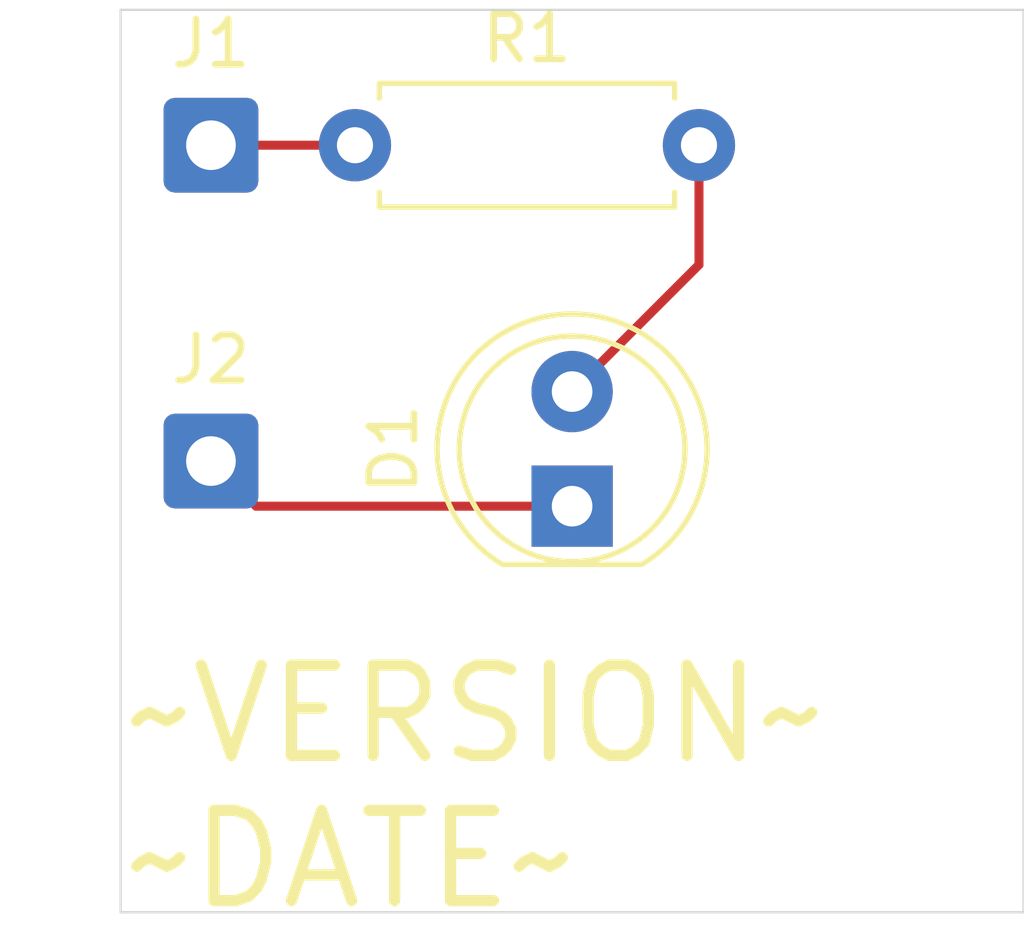
<source format=kicad_pcb>
(kicad_pcb (version 20240108) (generator "pcbnew") (generator_version "8.0")
  (title_block (title "CI-Test") (date "${DATE}") (rev "${VERSION}") (company "Qetesh"))
  (layers (0 "F.Cu" signal) (31 "B.Cu" signal) (34 "B.Paste" user) (35 "F.Paste" user) (36 "B.SilkS" user "B.Silkscreen") (37 "F.SilkS" user "F.Silkscreen") (38 "B.Mask" user) (39 "F.Mask" user) (44 "Edge.Cuts" user))
  (property "DATE" "~DATE~")
  (property "VERSION" "~VERSION~")
  (net 0 "")
  (net 1 "Net-(D1-K)")
  (net 2 "Net-(D1-A)")
  (net 3 "Net-(J1-Pin_1)")
  (footprint "LED_THT:LED_D5.0mm" (layer "F.Cu") (at 150 91 90)
    (property "Reference" "D1" (at 1.27 -3.96 90) (layer "F.SilkS"))
    (property "Value" "LED")
    (fp_line (start -1.29 -1.545) (end -1.29 1.545) (stroke (width 0.12)) (layer "F.SilkS"))
    (fp_arc (start -1.29 -1.54483) (mid 2.072002 -2.880433) (end 4.26 0.000462) (stroke (width 0.12)) (layer "F.SilkS"))
    (fp_arc (start 4.26 -0.000462) (mid 2.072002 2.880433) (end -1.29 1.54483) (stroke (width 0.12)) (layer "F.SilkS"))
    (fp_circle (center 1.27 0) (end 3.77 0) (stroke (width 0.12)) (fill none) (layer "F.SilkS"))
    (pad "1" thru_hole rect (at 0 0 90) (size 1.8 1.8) (drill 0.9) (layers "*.Cu" "*.Mask") (net 1 "Net-(D1-K)"))
    (pad "2" thru_hole circle (at 2.54 0 90) (size 1.8 1.8) (drill 0.9) (layers "*.Cu" "*.Mask") (net 2 "Net-(D1-A)"))
  )
  (footprint "Connector_Wire:SolderWire-0.5sqmm_1x01_D0.9mm_OD2.1mm" (layer "F.Cu") (at 142 83)
    (property "Reference" "J1" (at 0 -2.25 0) (layer "F.SilkS"))
    (property "Value" "Conn_01x01")
    (pad "1" thru_hole roundrect (at 0 0) (size 2.1 2.1) (drill 1.1) (layers "*.Cu" "*.Mask") (roundrect_rratio 0.119048) (net 3 "Net-(J1-Pin_1)"))
  )
  (footprint "Resistor_THT:R_Axial_DIN0207_L6.3mm_D2.5mm_P7.62mm_Horizontal" (layer "F.Cu") (at 145.19 83)
    (property "Reference" "R1" (at 3.81 -2.37 0) (layer "F.SilkS"))
    (property "Value" "R")
    (fp_line (start 0.54 -1.37) (end 7.08 -1.37) (stroke (width 0.12)) (layer "F.SilkS"))
    (fp_line (start 0.54 -1.04) (end 0.54 -1.37) (stroke (width 0.12)) (layer "F.SilkS"))
    (fp_line (start 0.54 1.04) (end 0.54 1.37) (stroke (width 0.12)) (layer "F.SilkS"))
    (fp_line (start 0.54 1.37) (end 7.08 1.37) (stroke (width 0.12)) (layer "F.SilkS"))
    (fp_line (start 7.08 -1.37) (end 7.08 -1.04) (stroke (width 0.12)) (layer "F.SilkS"))
    (fp_line (start 7.08 1.37) (end 7.08 1.04) (stroke (width 0.12)) (layer "F.SilkS"))
    (pad "1" thru_hole circle (at 0 0) (size 1.6 1.6) (drill 0.8) (layers "*.Cu" "*.Mask") (net 3 "Net-(J1-Pin_1)"))
    (pad "2" thru_hole oval (at 7.62 0) (size 1.6 1.6) (drill 0.8) (layers "*.Cu" "*.Mask") (net 2 "Net-(D1-A)"))
  )
  (footprint "Connector_Wire:SolderWire-0.5sqmm_1x01_D0.9mm_OD2.1mm" (layer "F.Cu") (at 142 90)
    (property "Reference" "J2" (at 0 -2.25 0) (layer "F.SilkS"))
    (property "Value" "Conn_01x01")
    (pad "1" thru_hole roundrect (at 0 0) (size 2.1 2.1) (drill 1.1) (layers "*.Cu" "*.Mask") (roundrect_rratio 0.119048) (net 1 "Net-(D1-K)"))
  )
  (gr_rect (start 140 80) (end 160 100) (stroke (width 0.05)) (fill none) (layer "Edge.Cuts"))
  (gr_text "${VERSION}\n${DATE}" (at 140 100 0) (layer "F.SilkS") (effects (font (size 2 2) (thickness 0.25)) (justify left bottom)))
  (segment (start 150 91) (end 143 91) (width 0.2) (layer "F.Cu") (net 1))
  (segment (start 143 91) (end 142 90) (width 0.2) (layer "F.Cu") (net 1))
  (segment (start 152.81 83) (end 152.81 85.65) (width 0.2) (layer "F.Cu") (net 2))
  (segment (start 152.81 85.65) (end 150 88.46) (width 0.2) (layer "F.Cu") (net 2))
  (segment (start 142 83) (end 145.19 83) (width 0.2) (layer "F.Cu") (net 3))
)
</source>
